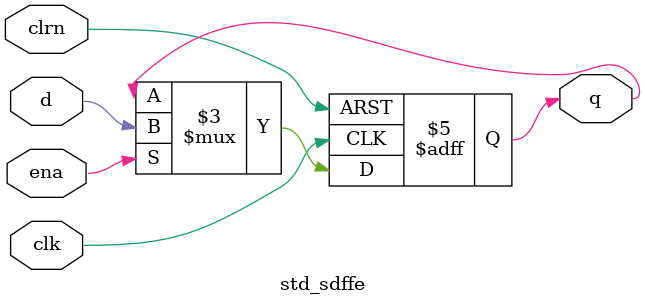
<source format=sv>
module std_sdffe #(parameter logic RESET_STATE = 1'b0)
(
	input d,
	input clk,
	input clrn,
	input ena,
	output logic q
);

always_ff @(posedge clk, negedge clrn) begin
	if (~clrn) begin
	  // Asynchronous reset when reset goes high
	  q <= RESET_STATE;
	end else if(ena) begin
	  // Assign D to Q on positive clock edge
	  q <= d;
	end
end

endmodule: std_sdffe
</source>
